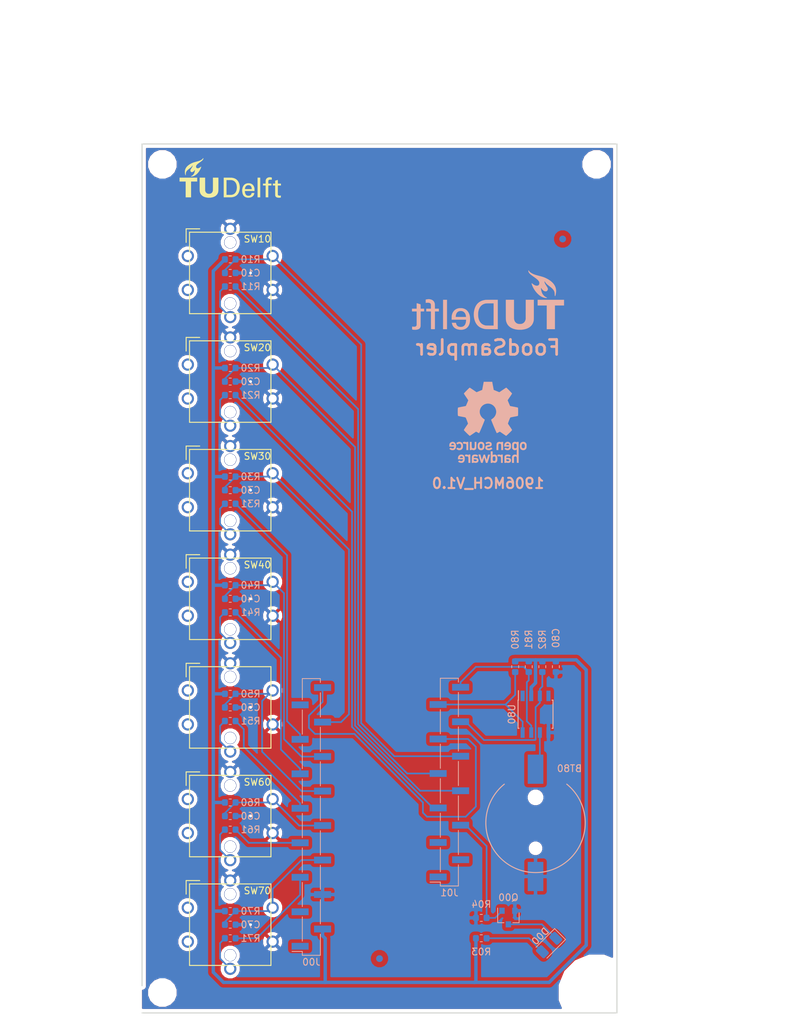
<source format=kicad_pcb>
(kicad_pcb (version 20171130) (host pcbnew "(5.0.1-3-g963ef8bb5)")
  (layers (0 F.Cu signal) (31 B.Cu signal) (34 B.Paste user) (35 F.Paste user) (36 B.SilkS user) (37 F.SilkS user) (38 B.Mask user) (39 F.Mask user) (44 Edge.Cuts user))
  (net 0 "")
  (net 1 SW1)
  (net 2 GND)
  (net 3 +3V3)
  (net 4 "Net-(R11-Pad1)")
  (net 5 SW2)
  (net 6 SW3)
  (net 7 SW4)
  (net 8 SW5)
  (net 9 SW6)
  (net 10 SW7)
  (net 11 LED1)
  (net 12 "Net-(R21-Pad1)")
  (net 13 LED2)
  (net 14 "Net-(R31-Pad1)")
  (net 15 LED3)
  (net 16 "Net-(R41-Pad1)")
  (net 17 LED4)
  (net 18 "Net-(R51-Pad1)")
  (net 19 LED5)
  (net 20 "Net-(R61-Pad1)")
  (net 21 LED6)
  (net 22 "Net-(R71-Pad1)")
  (net 23 LED7)
  (net 24 "Net-(SW10-Pad3)")
  (net 25 "Net-(SW20-Pad3)")
  (net 26 "Net-(SW30-Pad3)")
  (net 27 "Net-(SW40-Pad3)")
  (net 28 "Net-(SW50-Pad3)")
  (net 29 "Net-(SW60-Pad3)")
  (net 30 "Net-(SW70-Pad3)")
  (net 31 "Net-(SW10-Pad1)")
  (net 32 "Net-(SW20-Pad1)")
  (net 33 "Net-(SW30-Pad1)")
  (net 34 "Net-(SW40-Pad1)")
  (net 35 "Net-(SW50-Pad1)")
  (net 36 "Net-(SW60-Pad1)")
  (net 37 "Net-(SW70-Pad1)")
  (net 38 "Net-(J00-Pad1)")
  (net 39 "Net-(J00-Pad3)")
  (net 40 "Net-(J00-Pad15)")
  (net 41 "Net-(J00-Pad16)")
  (net 42 "Net-(J01-Pad1)")
  (net 43 "Net-(J01-Pad3)")
  (net 44 "Net-(J01-Pad2)")
  (net 45 "Net-(J01-Pad4)")
  (net 46 INT)
  (net 47 SCL)
  (net 48 SDA)
  (net 49 "Net-(U80-Pad1)")
  (net 50 "Net-(U80-Pad4)")
  (net 51 +BATT)
  (net 52 "Net-(D00-Pad1)")
  (net 53 "Net-(D00-Pad2)")
  (module Connector_PinHeader_2.54mm:PinHeader_1x16_P2.54mm_Vertical_SMD_Pin1Left (layer B.Cu) (at 79.855 138.33)
    (fp_text reference J00 (at 0 21.38) (layer B.SilkS) (effects (justify mirror)))
    (fp_text value Conn_01x16)
    (pad 1 smd rect (at -1.655 19.05) (size 2.51 1) (layers B.Cu B.Paste B.Mask) (net 38 "Net-(J00-Pad1)"))
    (pad 3 smd rect (at -1.655 13.97) (size 2.51 1) (layers B.Cu B.Paste B.Mask) (net 39 "Net-(J00-Pad3)"))
    (pad 5 smd rect (at -1.655 8.89) (size 2.51 1) (layers B.Cu B.Paste B.Mask) (net 23 LED7))
    (pad 7 smd rect (at -1.655 3.81) (size 2.51 1) (layers B.Cu B.Paste B.Mask) (net 21 LED6))
    (pad 9 smd rect (at -1.655 -1.27) (size 2.51 1) (layers B.Cu B.Paste B.Mask) (net 19 LED5))
    (pad 11 smd rect (at -1.655 -6.35) (size 2.51 1) (layers B.Cu B.Paste B.Mask) (net 17 LED4))
    (pad 13 smd rect (at -1.655 -11.43) (size 2.51 1) (layers B.Cu B.Paste B.Mask) (net 15 LED3))
    (pad 15 smd rect (at -1.655 -16.51) (size 2.51 1) (layers B.Cu B.Paste B.Mask) (net 40 "Net-(J00-Pad15)"))
    (pad 2 smd rect (at 1.655 16.51) (size 2.51 1) (layers B.Cu B.Paste B.Mask) (net 3 +3V3))
    (pad 4 smd rect (at 1.655 11.43) (size 2.51 1) (layers B.Cu B.Paste B.Mask) (net 2 GND))
    (pad 6 smd rect (at 1.655 6.35) (size 2.51 1) (layers B.Cu B.Paste B.Mask) (net 10 SW7))
    (pad 8 smd rect (at 1.655 1.27) (size 2.51 1) (layers B.Cu B.Paste B.Mask) (net 9 SW6))
    (pad 10 smd rect (at 1.655 -3.81) (size 2.51 1) (layers B.Cu B.Paste B.Mask) (net 8 SW5))
    (pad 12 smd rect (at 1.655 -8.89) (size 2.51 1) (layers B.Cu B.Paste B.Mask) (net 7 SW4))
    (pad 14 smd rect (at 1.655 -13.97) (size 2.51 1) (layers B.Cu B.Paste B.Mask) (net 6 SW3))
    (pad 16 smd rect (at 1.655 -19.05) (size 2.51 1) (layers B.Cu B.Paste B.Mask) (net 41 "Net-(J00-Pad16)"))
  )
  (module Capacitor_SMD:C_0603_1608Metric (layer B.Cu) (at 67.9 58.2)
    (fp_text reference C10 (at 3 0) (layer B.SilkS) (effects (justify mirror)))
    (fp_text value 100nF)
    (pad 1 smd roundrect (at -0.7875 0) (size 0.875 0.95) (layers B.Cu B.Paste B.Mask) (net 1 SW1))
    (pad 2 smd roundrect (at 0.7875 0) (size 0.875 0.95) (layers B.Cu B.Paste B.Mask) (net 2 GND))
  )
  (module Resistor_SMD:R_0603_1608Metric (layer B.Cu) (at 67.9 56.2 180)
    (fp_text reference R10 (at -3 0 180) (layer B.SilkS) (effects (justify mirror)))
    (fp_text value 10K)
    (pad 2 smd roundrect (at 0.7875 0 180) (size 0.875 0.95) (layers B.Cu B.Paste B.Mask) (net 3 +3V3))
    (pad 1 smd roundrect (at -0.7875 0 180) (size 0.875 0.95) (layers B.Cu B.Paste B.Mask) (net 1 SW1))
  )
  (module Resistor_SMD:R_0603_1608Metric (layer B.Cu) (at 67.9 60.2)
    (fp_text reference R11 (at 3 0) (layer B.SilkS) (effects (justify mirror)))
    (fp_text value 82R)
    (pad 1 smd roundrect (at -0.7875 0) (size 0.875 0.95) (layers B.Cu B.Paste B.Mask) (net 4 "Net-(R11-Pad1)"))
    (pad 2 smd roundrect (at 0.7875 0) (size 0.875 0.95) (layers B.Cu B.Paste B.Mask) (net 11 LED1))
  )
  (module Capacitor_SMD:C_0603_1608Metric (layer B.Cu) (at 67.9 74.2)
    (fp_text reference C20 (at 3 0) (layer B.SilkS) (effects (justify mirror)))
    (fp_text value 100nF)
    (pad 1 smd roundrect (at -0.7875 0) (size 0.875 0.95) (layers B.Cu B.Paste B.Mask) (net 5 SW2))
    (pad 2 smd roundrect (at 0.7875 0) (size 0.875 0.95) (layers B.Cu B.Paste B.Mask) (net 2 GND))
  )
  (module Capacitor_SMD:C_0603_1608Metric (layer B.Cu) (at 67.9 90.2)
    (fp_text reference C30 (at 3 0) (layer B.SilkS) (effects (justify mirror)))
    (fp_text value 100nF)
    (pad 2 smd roundrect (at 0.7875 0) (size 0.875 0.95) (layers B.Cu B.Paste B.Mask) (net 2 GND))
    (pad 1 smd roundrect (at -0.7875 0) (size 0.875 0.95) (layers B.Cu B.Paste B.Mask) (net 6 SW3))
  )
  (module Capacitor_SMD:C_0603_1608Metric (layer B.Cu) (at 67.9 106.2)
    (fp_text reference C40 (at 3 0) (layer B.SilkS) (effects (justify mirror)))
    (fp_text value 100nF)
    (pad 1 smd roundrect (at -0.7875 0) (size 0.875 0.95) (layers B.Cu B.Paste B.Mask) (net 7 SW4))
    (pad 2 smd roundrect (at 0.7875 0) (size 0.875 0.95) (layers B.Cu B.Paste B.Mask) (net 2 GND))
  )
  (module Capacitor_SMD:C_0603_1608Metric (layer B.Cu) (at 67.9 122.2)
    (fp_text reference C50 (at 3 0) (layer B.SilkS) (effects (justify mirror)))
    (fp_text value 100nF)
    (pad 2 smd roundrect (at 0.7875 0) (size 0.875 0.95) (layers B.Cu B.Paste B.Mask) (net 2 GND))
    (pad 1 smd roundrect (at -0.7875 0) (size 0.875 0.95) (layers B.Cu B.Paste B.Mask) (net 8 SW5))
  )
  (module Capacitor_SMD:C_0603_1608Metric (layer B.Cu) (at 67.9 138.2)
    (fp_text reference C60 (at 3 0) (layer B.SilkS) (effects (justify mirror)))
    (fp_text value 100nF)
    (pad 1 smd roundrect (at -0.7875 0) (size 0.875 0.95) (layers B.Cu B.Paste B.Mask) (net 9 SW6))
    (pad 2 smd roundrect (at 0.7875 0) (size 0.875 0.95) (layers B.Cu B.Paste B.Mask) (net 2 GND))
  )
  (module Capacitor_SMD:C_0603_1608Metric (layer B.Cu) (at 67.9 154.2)
    (fp_text reference C70 (at 3 0) (layer B.SilkS) (effects (justify mirror)))
    (fp_text value 100nF)
    (pad 2 smd roundrect (at 0.7875 0) (size 0.875 0.95) (layers B.Cu B.Paste B.Mask) (net 2 GND))
    (pad 1 smd roundrect (at -0.7875 0) (size 0.875 0.95) (layers B.Cu B.Paste B.Mask) (net 10 SW7))
  )
  (module Resistor_SMD:R_0603_1608Metric (layer B.Cu) (at 67.9 72.2 180)
    (fp_text reference R20 (at -3 0 180) (layer B.SilkS) (effects (justify mirror)))
    (fp_text value 10K)
    (pad 2 smd roundrect (at 0.7875 0 180) (size 0.875 0.95) (layers B.Cu B.Paste B.Mask) (net 3 +3V3))
    (pad 1 smd roundrect (at -0.7875 0 180) (size 0.875 0.95) (layers B.Cu B.Paste B.Mask) (net 5 SW2))
  )
  (module Resistor_SMD:R_0603_1608Metric (layer B.Cu) (at 67.9 76.2)
    (fp_text reference R21 (at 3 0) (layer B.SilkS) (effects (justify mirror)))
    (fp_text value 82R)
    (pad 1 smd roundrect (at -0.7875 0) (size 0.875 0.95) (layers B.Cu B.Paste B.Mask) (net 12 "Net-(R21-Pad1)"))
    (pad 2 smd roundrect (at 0.7875 0) (size 0.875 0.95) (layers B.Cu B.Paste B.Mask) (net 13 LED2))
  )
  (module Resistor_SMD:R_0603_1608Metric (layer B.Cu) (at 67.9 88.2 180)
    (fp_text reference R30 (at -3 0 180) (layer B.SilkS) (effects (justify mirror)))
    (fp_text value 10K)
    (pad 2 smd roundrect (at 0.7875 0 180) (size 0.875 0.95) (layers B.Cu B.Paste B.Mask) (net 3 +3V3))
    (pad 1 smd roundrect (at -0.7875 0 180) (size 0.875 0.95) (layers B.Cu B.Paste B.Mask) (net 6 SW3))
  )
  (module Resistor_SMD:R_0603_1608Metric (layer B.Cu) (at 67.9 92.2)
    (fp_text reference R31 (at 3 0) (layer B.SilkS) (effects (justify mirror)))
    (fp_text value 82R)
    (pad 1 smd roundrect (at -0.7875 0) (size 0.875 0.95) (layers B.Cu B.Paste B.Mask) (net 14 "Net-(R31-Pad1)"))
    (pad 2 smd roundrect (at 0.7875 0) (size 0.875 0.95) (layers B.Cu B.Paste B.Mask) (net 15 LED3))
  )
  (module Resistor_SMD:R_0603_1608Metric (layer B.Cu) (at 67.9 104.2 180)
    (fp_text reference R40 (at -3 0 180) (layer B.SilkS) (effects (justify mirror)))
    (fp_text value 10K)
    (pad 2 smd roundrect (at 0.7875 0 180) (size 0.875 0.95) (layers B.Cu B.Paste B.Mask) (net 3 +3V3))
    (pad 1 smd roundrect (at -0.7875 0 180) (size 0.875 0.95) (layers B.Cu B.Paste B.Mask) (net 7 SW4))
  )
  (module Resistor_SMD:R_0603_1608Metric (layer B.Cu) (at 67.9 108.2)
    (fp_text reference R41 (at 3 0) (layer B.SilkS) (effects (justify mirror)))
    (fp_text value 82R)
    (pad 1 smd roundrect (at -0.7875 0) (size 0.875 0.95) (layers B.Cu B.Paste B.Mask) (net 16 "Net-(R41-Pad1)"))
    (pad 2 smd roundrect (at 0.7875 0) (size 0.875 0.95) (layers B.Cu B.Paste B.Mask) (net 17 LED4))
  )
  (module Resistor_SMD:R_0603_1608Metric (layer B.Cu) (at 67.9 120.2 180)
    (fp_text reference R50 (at -3 0 180) (layer B.SilkS) (effects (justify mirror)))
    (fp_text value 10K)
    (pad 2 smd roundrect (at 0.7875 0 180) (size 0.875 0.95) (layers B.Cu B.Paste B.Mask) (net 3 +3V3))
    (pad 1 smd roundrect (at -0.7875 0 180) (size 0.875 0.95) (layers B.Cu B.Paste B.Mask) (net 8 SW5))
  )
  (module Resistor_SMD:R_0603_1608Metric (layer B.Cu) (at 67.9 124.2)
    (fp_text reference R51 (at 3 0) (layer B.SilkS) (effects (justify mirror)))
    (fp_text value 82R)
    (pad 1 smd roundrect (at -0.7875 0) (size 0.875 0.95) (layers B.Cu B.Paste B.Mask) (net 18 "Net-(R51-Pad1)"))
    (pad 2 smd roundrect (at 0.7875 0) (size 0.875 0.95) (layers B.Cu B.Paste B.Mask) (net 19 LED5))
  )
  (module Resistor_SMD:R_0603_1608Metric (layer B.Cu) (at 67.9 136.2 180)
    (fp_text reference R60 (at -3 0 180) (layer B.SilkS) (effects (justify mirror)))
    (fp_text value 10K)
    (pad 2 smd roundrect (at 0.7875 0 180) (size 0.875 0.95) (layers B.Cu B.Paste B.Mask) (net 3 +3V3))
    (pad 1 smd roundrect (at -0.7875 0 180) (size 0.875 0.95) (layers B.Cu B.Paste B.Mask) (net 9 SW6))
  )
  (module Resistor_SMD:R_0603_1608Metric (layer B.Cu) (at 67.9 140.2)
    (fp_text reference R61 (at 3 0) (layer B.SilkS) (effects (justify mirror)))
    (fp_text value 82R)
    (pad 1 smd roundrect (at -0.7875 0) (size 0.875 0.95) (layers B.Cu B.Paste B.Mask) (net 20 "Net-(R61-Pad1)"))
    (pad 2 smd roundrect (at 0.7875 0) (size 0.875 0.95) (layers B.Cu B.Paste B.Mask) (net 21 LED6))
  )
  (module Resistor_SMD:R_0603_1608Metric (layer B.Cu) (at 67.9 152.2 180)
    (fp_text reference R70 (at -3 0 180) (layer B.SilkS) (effects (justify mirror)))
    (fp_text value 10K)
    (pad 2 smd roundrect (at 0.7875 0 180) (size 0.875 0.95) (layers B.Cu B.Paste B.Mask) (net 3 +3V3))
    (pad 1 smd roundrect (at -0.7875 0 180) (size 0.875 0.95) (layers B.Cu B.Paste B.Mask) (net 10 SW7))
  )
  (module Resistor_SMD:R_0603_1608Metric (layer B.Cu) (at 67.9 156.2)
    (fp_text reference R71 (at 3 0) (layer B.SilkS) (effects (justify mirror)))
    (fp_text value 82R)
    (pad 1 smd roundrect (at -0.7875 0) (size 0.875 0.95) (layers B.Cu B.Paste B.Mask) (net 22 "Net-(R71-Pad1)"))
    (pad 2 smd roundrect (at 0.7875 0) (size 0.875 0.95) (layers B.Cu B.Paste B.Mask) (net 23 LED7))
  )
  (module _switch:MICRO_SW_LED (layer F.Cu) (at 67.9 58.2)
    (fp_text reference SW10 (at 4 -5) (layer F.SilkS))
    (fp_text value SWITCH_SPST_LED)
    (pad 1 thru_hole circle (at -6.25 -2.5) (size 1.8 1.8) (drill 1.2) (layers *.Cu *.Mask) (net 31 "Net-(SW10-Pad1)"))
    (pad 2 thru_hole circle (at 6.25 -2.5) (size 1.8 1.8) (drill 1.2) (layers *.Cu *.Mask) (net 1 SW1))
    (pad 3 thru_hole circle (at -6.25 2.5) (size 1.8 1.8) (drill 1.2) (layers *.Cu *.Mask) (net 24 "Net-(SW10-Pad3)"))
    (pad 4 thru_hole circle (at 6.25 2.5) (size 1.8 1.8) (drill 1.2) (layers *.Cu *.Mask) (net 2 GND))
    (pad 5 thru_hole circle (at 0 -6.5) (size 1.8 1.8) (drill 1.2) (layers *.Cu *.Mask) (net 2 GND))
    (pad 6 thru_hole circle (at 0 6.5) (size 1.8 1.8) (drill 1.2) (layers *.Cu *.Mask) (net 4 "Net-(R11-Pad1)"))
    (pad "" np_thru_hole circle (at 0 4.5) (size 1.8 1.8) (drill 1.7) (layers *.Cu *.Mask))
    (pad "" np_thru_hole circle (at 0 -4.5) (size 1.8 1.8) (drill 1.7) (layers *.Cu *.Mask))
  )
  (module _switch:MICRO_SW_LED (layer F.Cu) (at 67.9 74.2)
    (fp_text reference SW20 (at 4 -5) (layer F.SilkS))
    (fp_text value SWITCH_SPST_LED)
    (pad "" np_thru_hole circle (at 0 -4.5) (size 1.8 1.8) (drill 1.7) (layers *.Cu *.Mask))
    (pad "" np_thru_hole circle (at 0 4.5) (size 1.8 1.8) (drill 1.7) (layers *.Cu *.Mask))
    (pad 6 thru_hole circle (at 0 6.5) (size 1.8 1.8) (drill 1.2) (layers *.Cu *.Mask) (net 12 "Net-(R21-Pad1)"))
    (pad 5 thru_hole circle (at 0 -6.5) (size 1.8 1.8) (drill 1.2) (layers *.Cu *.Mask) (net 2 GND))
    (pad 4 thru_hole circle (at 6.25 2.5) (size 1.8 1.8) (drill 1.2) (layers *.Cu *.Mask) (net 2 GND))
    (pad 3 thru_hole circle (at -6.25 2.5) (size 1.8 1.8) (drill 1.2) (layers *.Cu *.Mask) (net 25 "Net-(SW20-Pad3)"))
    (pad 2 thru_hole circle (at 6.25 -2.5) (size 1.8 1.8) (drill 1.2) (layers *.Cu *.Mask) (net 5 SW2))
    (pad 1 thru_hole circle (at -6.25 -2.5) (size 1.8 1.8) (drill 1.2) (layers *.Cu *.Mask) (net 32 "Net-(SW20-Pad1)"))
  )
  (module _switch:MICRO_SW_LED (layer F.Cu) (at 67.9 90.2)
    (fp_text reference SW30 (at 4 -5) (layer F.SilkS))
    (fp_text value SWITCH_SPST_LED)
    (pad 1 thru_hole circle (at -6.25 -2.5) (size 1.8 1.8) (drill 1.2) (layers *.Cu *.Mask) (net 33 "Net-(SW30-Pad1)"))
    (pad 2 thru_hole circle (at 6.25 -2.5) (size 1.8 1.8) (drill 1.2) (layers *.Cu *.Mask) (net 6 SW3))
    (pad 3 thru_hole circle (at -6.25 2.5) (size 1.8 1.8) (drill 1.2) (layers *.Cu *.Mask) (net 26 "Net-(SW30-Pad3)"))
    (pad 4 thru_hole circle (at 6.25 2.5) (size 1.8 1.8) (drill 1.2) (layers *.Cu *.Mask) (net 2 GND))
    (pad 5 thru_hole circle (at 0 -6.5) (size 1.8 1.8) (drill 1.2) (layers *.Cu *.Mask) (net 2 GND))
    (pad 6 thru_hole circle (at 0 6.5) (size 1.8 1.8) (drill 1.2) (layers *.Cu *.Mask) (net 14 "Net-(R31-Pad1)"))
    (pad "" np_thru_hole circle (at 0 4.5) (size 1.8 1.8) (drill 1.7) (layers *.Cu *.Mask))
    (pad "" np_thru_hole circle (at 0 -4.5) (size 1.8 1.8) (drill 1.7) (layers *.Cu *.Mask))
  )
  (module _switch:MICRO_SW_LED (layer F.Cu) (at 67.9 106.2)
    (fp_text reference SW40 (at 4 -5) (layer F.SilkS))
    (fp_text value SWITCH_SPST_LED)
    (pad "" np_thru_hole circle (at 0 -4.5) (size 1.8 1.8) (drill 1.7) (layers *.Cu *.Mask))
    (pad "" np_thru_hole circle (at 0 4.5) (size 1.8 1.8) (drill 1.7) (layers *.Cu *.Mask))
    (pad 6 thru_hole circle (at 0 6.5) (size 1.8 1.8) (drill 1.2) (layers *.Cu *.Mask) (net 16 "Net-(R41-Pad1)"))
    (pad 5 thru_hole circle (at 0 -6.5) (size 1.8 1.8) (drill 1.2) (layers *.Cu *.Mask) (net 2 GND))
    (pad 4 thru_hole circle (at 6.25 2.5) (size 1.8 1.8) (drill 1.2) (layers *.Cu *.Mask) (net 2 GND))
    (pad 3 thru_hole circle (at -6.25 2.5) (size 1.8 1.8) (drill 1.2) (layers *.Cu *.Mask) (net 27 "Net-(SW40-Pad3)"))
    (pad 2 thru_hole circle (at 6.25 -2.5) (size 1.8 1.8) (drill 1.2) (layers *.Cu *.Mask) (net 7 SW4))
    (pad 1 thru_hole circle (at -6.25 -2.5) (size 1.8 1.8) (drill 1.2) (layers *.Cu *.Mask) (net 34 "Net-(SW40-Pad1)"))
  )
  (module _switch:MICRO_SW_LED (layer F.Cu) (at 67.9 122.2)
    (fp_text reference SW50 hide)
    (fp_text value SWITCH_SPST_LED)
    (pad 1 thru_hole circle (at -6.25 -2.5) (size 1.8 1.8) (drill 1.2) (layers *.Cu *.Mask) (net 35 "Net-(SW50-Pad1)"))
    (pad 2 thru_hole circle (at 6.25 -2.5) (size 1.8 1.8) (drill 1.2) (layers *.Cu *.Mask) (net 8 SW5))
    (pad 3 thru_hole circle (at -6.25 2.5) (size 1.8 1.8) (drill 1.2) (layers *.Cu *.Mask) (net 28 "Net-(SW50-Pad3)"))
    (pad 4 thru_hole circle (at 6.25 2.5) (size 1.8 1.8) (drill 1.2) (layers *.Cu *.Mask) (net 2 GND))
    (pad 5 thru_hole circle (at 0 -6.5) (size 1.8 1.8) (drill 1.2) (layers *.Cu *.Mask) (net 2 GND))
    (pad 6 thru_hole circle (at 0 6.5) (size 1.8 1.8) (drill 1.2) (layers *.Cu *.Mask) (net 18 "Net-(R51-Pad1)"))
    (pad "" np_thru_hole circle (at 0 4.5) (size 1.8 1.8) (drill 1.7) (layers *.Cu *.Mask))
    (pad "" np_thru_hole circle (at 0 -4.5) (size 1.8 1.8) (drill 1.7) (layers *.Cu *.Mask))
  )
  (module _switch:MICRO_SW_LED (layer F.Cu) (at 67.9 138.2)
    (fp_text reference SW60 (at 4 -5) (layer F.SilkS))
    (fp_text value SWITCH_SPST_LED)
    (pad "" np_thru_hole circle (at 0 -4.5) (size 1.8 1.8) (drill 1.7) (layers *.Cu *.Mask))
    (pad "" np_thru_hole circle (at 0 4.5) (size 1.8 1.8) (drill 1.7) (layers *.Cu *.Mask))
    (pad 6 thru_hole circle (at 0 6.5) (size 1.8 1.8) (drill 1.2) (layers *.Cu *.Mask) (net 20 "Net-(R61-Pad1)"))
    (pad 5 thru_hole circle (at 0 -6.5) (size 1.8 1.8) (drill 1.2) (layers *.Cu *.Mask) (net 2 GND))
    (pad 4 thru_hole circle (at 6.25 2.5) (size 1.8 1.8) (drill 1.2) (layers *.Cu *.Mask) (net 2 GND))
    (pad 3 thru_hole circle (at -6.25 2.5) (size 1.8 1.8) (drill 1.2) (layers *.Cu *.Mask) (net 29 "Net-(SW60-Pad3)"))
    (pad 2 thru_hole circle (at 6.25 -2.5) (size 1.8 1.8) (drill 1.2) (layers *.Cu *.Mask) (net 9 SW6))
    (pad 1 thru_hole circle (at -6.25 -2.5) (size 1.8 1.8) (drill 1.2) (layers *.Cu *.Mask) (net 36 "Net-(SW60-Pad1)"))
  )
  (module _switch:MICRO_SW_LED (layer F.Cu) (at 67.9 154.2)
    (fp_text reference SW70 (at 4 -5) (layer F.SilkS))
    (fp_text value SWITCH_SPST_LED)
    (pad 1 thru_hole circle (at -6.25 -2.5) (size 1.8 1.8) (drill 1.2) (layers *.Cu *.Mask) (net 37 "Net-(SW70-Pad1)"))
    (pad 2 thru_hole circle (at 6.25 -2.5) (size 1.8 1.8) (drill 1.2) (layers *.Cu *.Mask) (net 10 SW7))
    (pad 3 thru_hole circle (at -6.25 2.5) (size 1.8 1.8) (drill 1.2) (layers *.Cu *.Mask) (net 30 "Net-(SW70-Pad3)"))
    (pad 4 thru_hole circle (at 6.25 2.5) (size 1.8 1.8) (drill 1.2) (layers *.Cu *.Mask) (net 2 GND))
    (pad 5 thru_hole circle (at 0 -6.5) (size 1.8 1.8) (drill 1.2) (layers *.Cu *.Mask) (net 2 GND))
    (pad 6 thru_hole circle (at 0 6.5) (size 1.8 1.8) (drill 1.2) (layers *.Cu *.Mask) (net 22 "Net-(R71-Pad1)"))
    (pad "" np_thru_hole circle (at 0 4.5) (size 1.8 1.8) (drill 1.7) (layers *.Cu *.Mask))
    (pad "" np_thru_hole circle (at 0 -4.5) (size 1.8 1.8) (drill 1.7) (layers *.Cu *.Mask))
  )
  (module _special:LIPO_3V7_2A_50x60 (layer F.Cu) (at 89.9 76.2 90)
    (fp_text reference REF** hide)
    (fp_text value LIPO_3V7_2A_50x60)
  )
  (module Connector_PinHeader_2.54mm:PinHeader_1x12_P2.54mm_Vertical_SMD_Pin1Left (layer B.Cu) (at 100.2 133.2)
    (fp_text reference J01 (at 0 16.3) (layer B.SilkS) (effects (justify mirror)))
    (fp_text value Conn_01x12)
    (pad 1 smd rect (at -1.655 13.97) (size 2.51 1) (layers B.Cu B.Paste B.Mask) (net 42 "Net-(J01-Pad1)"))
    (pad 3 smd rect (at -1.655 8.89) (size 2.51 1) (layers B.Cu B.Paste B.Mask) (net 43 "Net-(J01-Pad3)"))
    (pad 5 smd rect (at -1.655 3.81) (size 2.51 1) (layers B.Cu B.Paste B.Mask) (net 13 LED2))
    (pad 7 smd rect (at -1.655 -1.27) (size 2.51 1) (layers B.Cu B.Paste B.Mask) (net 11 LED1))
    (pad 9 smd rect (at -1.655 -6.35) (size 2.51 1) (layers B.Cu B.Paste B.Mask) (net 41 "Net-(J00-Pad16)"))
    (pad 11 smd rect (at -1.655 -11.43) (size 2.51 1) (layers B.Cu B.Paste B.Mask) (net 47 SCL))
    (pad 2 smd rect (at 1.655 11.43) (size 2.51 1) (layers B.Cu B.Paste B.Mask) (net 44 "Net-(J01-Pad2)"))
    (pad 4 smd rect (at 1.655 6.35) (size 2.51 1) (layers B.Cu B.Paste B.Mask) (net 45 "Net-(J01-Pad4)"))
    (pad 6 smd rect (at 1.655 1.27) (size 2.51 1) (layers B.Cu B.Paste B.Mask) (net 5 SW2))
    (pad 8 smd rect (at 1.655 -3.81) (size 2.51 1) (layers B.Cu B.Paste B.Mask) (net 1 SW1))
    (pad 10 smd rect (at 1.655 -8.89) (size 2.51 1) (layers B.Cu B.Paste B.Mask) (net 46 INT))
    (pad 12 smd rect (at 1.655 -13.97) (size 2.51 1) (layers B.Cu B.Paste B.Mask) (net 48 SDA))
  )
  (module Capacitor_SMD:C_0603_1608Metric (layer B.Cu) (at 115.9 116.2 270)
    (fp_text reference C80 (at -4.2125 0 270) (layer B.SilkS) (effects (justify mirror)))
    (fp_text value 100nF)
    (pad 1 smd roundrect (at -0.7875 0 270) (size 0.875 0.95) (layers B.Cu B.Paste B.Mask) (net 3 +3V3))
    (pad 2 smd roundrect (at 0.7875 0 270) (size 0.875 0.95) (layers B.Cu B.Paste B.Mask) (net 2 GND))
  )
  (module Resistor_SMD:R_0603_1608Metric (layer B.Cu) (at 104.9 156.2 180)
    (fp_text reference R03 (at 0 -2 180) (layer B.SilkS) (effects (justify mirror)))
    (fp_text value 10K)
    (pad 2 smd roundrect (at 0.7875 0 180) (size 0.875 0.95) (layers B.Cu B.Paste B.Mask) (net 3 +3V3))
    (pad 1 smd roundrect (at -0.7875 0 180) (size 0.875 0.95) (layers B.Cu B.Paste B.Mask) (net 53 "Net-(D00-Pad2)"))
  )
  (module Resistor_SMD:R_0603_1608Metric (layer B.Cu) (at 109.9 116.2 90)
    (fp_text reference R80 (at 4 0 90) (layer B.SilkS) (effects (justify mirror)))
    (fp_text value 4K7)
    (pad 1 smd roundrect (at -0.7875 0 90) (size 0.875 0.95) (layers B.Cu B.Paste B.Mask) (net 47 SCL))
    (pad 2 smd roundrect (at 0.7875 0 90) (size 0.875 0.95) (layers B.Cu B.Paste B.Mask) (net 3 +3V3))
  )
  (module Resistor_SMD:R_0603_1608Metric (layer B.Cu) (at 111.9 116.2 90)
    (fp_text reference R81 (at 4 0 90) (layer B.SilkS) (effects (justify mirror)))
    (fp_text value 4K7)
    (pad 2 smd roundrect (at 0.7875 0 90) (size 0.875 0.95) (layers B.Cu B.Paste B.Mask) (net 3 +3V3))
    (pad 1 smd roundrect (at -0.7875 0 90) (size 0.875 0.95) (layers B.Cu B.Paste B.Mask) (net 48 SDA))
  )
  (module Resistor_SMD:R_0603_1608Metric (layer B.Cu) (at 113.9 116.2 90)
    (fp_text reference R82 (at 4 0 90) (layer B.SilkS) (effects (justify mirror)))
    (fp_text value 10K)
    (pad 1 smd roundrect (at -0.7875 0 90) (size 0.875 0.95) (layers B.Cu B.Paste B.Mask) (net 46 INT))
    (pad 2 smd roundrect (at 0.7875 0 90) (size 0.875 0.95) (layers B.Cu B.Paste B.Mask) (net 3 +3V3))
  )
  (module Package_SO:SOIC-8_3.9x4.9mm_P1.27mm (layer B.Cu) (at 112.9 123.2 270)
    (fp_text reference U80 (at 0 3.5 270) (layer B.SilkS) (effects (justify mirror)))
    (fp_text value DS3231MZ)
    (pad 1 smd rect (at -2.7 1.905 270) (size 1.55 0.6) (layers B.Cu B.Paste B.Mask) (net 49 "Net-(U80-Pad1)"))
    (pad 2 smd rect (at -2.7 0.635 270) (size 1.55 0.6) (layers B.Cu B.Paste B.Mask) (net 3 +3V3))
    (pad 3 smd rect (at -2.7 -0.635 270) (size 1.55 0.6) (layers B.Cu B.Paste B.Mask) (net 46 INT))
    (pad 4 smd rect (at -2.7 -1.905 270) (size 1.55 0.6) (layers B.Cu B.Paste B.Mask) (net 50 "Net-(U80-Pad4)"))
    (pad 5 smd rect (at 2.7 -1.905 270) (size 1.55 0.6) (layers B.Cu B.Paste B.Mask) (net 2 GND))
    (pad 6 smd rect (at 2.7 -0.635 270) (size 1.55 0.6) (layers B.Cu B.Paste B.Mask) (net 51 +BATT))
    (pad 7 smd rect (at 2.7 0.635 270) (size 1.55 0.6) (layers B.Cu B.Paste B.Mask) (net 48 SDA))
    (pad 8 smd rect (at 2.7 1.905 270) (size 1.55 0.6) (layers B.Cu B.Paste B.Mask) (net 47 SCL))
  )
  (module LED_SMD:LED_1206_3216Metric (layer B.Cu) (at 114.9 157.2 225)
    (fp_text reference D00 (at 0 1.82 225) (layer B.SilkS) (effects (justify mirror)))
    (fp_text value LED_Small)
    (pad 1 smd roundrect (at -1.399999 0 225) (size 1.25 1.75) (layers B.Cu B.Paste B.Mask) (roundrect_rratio 0.2) (net 52 "Net-(D00-Pad1)"))
    (pad 2 smd roundrect (at 1.399999 0 225) (size 1.25 1.75) (layers B.Cu B.Paste B.Mask) (roundrect_rratio 0.2) (net 53 "Net-(D00-Pad2)"))
  )
  (module _special:CH291-1220LF (layer B.Cu) (at 112.9 139.2)
    (fp_text reference BT80 (at 5 -8) (layer B.SilkS) (effects (justify mirror)))
    (fp_text value Battery_Cell)
    (pad 2 smd rect (at 0 7.9) (size 2.3 4.3) (layers B.Cu B.Paste B.Mask) (net 2 GND))
    (pad 1 smd rect (at 0 -7.9) (size 2.3 4.3) (layers B.Cu B.Paste B.Mask) (net 51 +BATT))
    (pad "" np_thru_hole circle (at 0 -3.75) (size 1.3 1.3) (drill 1.3) (layers *.Cu *.Mask))
    (pad "" np_thru_hole circle (at 0 3.75) (size 1 1) (drill 1) (layers *.Cu *.Mask))
  )
  (module Package_TO_SOT_SMD:SOT-23 (layer B.Cu) (at 108.9 153.15 270)
    (fp_text reference Q00 (at -2.95 0) (layer B.SilkS) (effects (justify mirror)))
    (fp_text value BSS138)
    (pad 1 smd rect (at -1 0.95 270) (size 0.9 0.8) (layers B.Cu B.Paste B.Mask) (net 45 "Net-(J01-Pad4)"))
    (pad 2 smd rect (at -1 -0.95 270) (size 0.9 0.8) (layers B.Cu B.Paste B.Mask) (net 2 GND))
    (pad 3 smd rect (at 1 0 270) (size 0.9 0.8) (layers B.Cu B.Paste B.Mask) (net 52 "Net-(D00-Pad1)"))
  )
  (module Resistor_SMD:R_0603_1608Metric (layer B.Cu) (at 104.9 153.2)
    (fp_text reference R04 (at 0 -2) (layer B.SilkS) (effects (justify mirror)))
    (fp_text value 10K)
    (pad 1 smd roundrect (at -0.7875 0) (size 0.875 0.95) (layers B.Cu B.Paste B.Mask) (net 2 GND))
    (pad 2 smd roundrect (at 0.7875 0) (size 0.875 0.95) (layers B.Cu B.Paste B.Mask) (net 45 "Net-(J01-Pad4)"))
  )
  (module MountingHole:MountingHole_3.2mm_M3_DIN965 (layer F.Cu) (at 57.9 164.2)
    (fp_text reference REF** hide)
    (fp_text value MountingHole_3.2mm_M3_DIN965)
    (pad 1 np_thru_hole circle (at 0 0) (size 3.2 3.2) (drill 3.2) (layers *.Cu *.Mask))
  )
  (module MountingHole:MountingHole_3.2mm_M3_DIN965 (layer F.Cu) (at 121.9 164.2)
    (fp_text reference REF** hide)
    (fp_text value MountingHole_3.2mm_M3_DIN965)
    (pad "" np_thru_hole circle (at 0 0) (size 3.2 3.2) (drill 3.2) (layers *.Cu *.Mask) (clearance 4))
  )
  (module MountingHole:MountingHole_3.2mm_M3_DIN965 (layer F.Cu) (at 121.9 42.2)
    (fp_text reference REF** hide)
    (fp_text value MountingHole_3.2mm_M3_DIN965)
    (pad 1 np_thru_hole circle (at 0 0) (size 3.2 3.2) (drill 3.2) (layers *.Cu *.Mask))
  )
  (module MountingHole:MountingHole_3.2mm_M3_DIN965 (layer F.Cu) (at 57.9 42.2)
    (fp_text reference REF** hide)
    (fp_text value MountingHole_3.2mm_M3_DIN965)
    (pad 1 np_thru_hole circle (at 0 0) (size 3.2 3.2) (drill 3.2) (layers *.Cu *.Mask))
  )
  (module Fiducial:Fiducial_1mm_Dia_2.54mm_Outer_CopperBottom (layer F.Cu) (at 89.9 159.2)
    (fp_text reference REF** hide)
    (fp_text value Fiducial_1mm_Dia_2.54mm_Outer_CopperBottom)
    (pad ~ smd circle (at 0 0) (size 1 1) (layers B.Cu B.Mask) (clearance 0.77))
  )
  (module Fiducial:Fiducial_1mm_Dia_2.54mm_Outer_CopperBottom (layer F.Cu) (at 116.9 53.2)
    (fp_text reference REF** hide)
    (fp_text value Fiducial_1mm_Dia_2.54mm_Outer_CopperBottom)
    (pad ~ smd circle (at 0 0) (size 1 1) (layers B.Cu B.Mask) (clearance 0.77))
  )
  (module _logo:TUDelft_15x5.9 (layer F.Cu) (at 67.9 44.2)
    (fp_text reference G*** hide)
    (fp_text value LOGO hide)
  )
  (module Symbol:OSHW-Logo_11.4x12mm_SilkScreen (layer B.Cu) (at 105.9 80.2 180)
    (fp_text reference REF** hide)
    (fp_text value OSHW-Logo_11.4x12mm_SilkScreen hide)
  )
  (module _logo:TUDelft_22.5x8.8 (layer B.Cu) (at 105.9 62.2 180)
    (fp_text reference G*** hide)
    (fp_text value LOGO hide)
  )
  (gr_text "1906MCH_V1.0\n" (at 105.9 89.2) (layer B.SilkS) (effects (font (size 1.5 1.5) (thickness 0.3)) (justify mirror)))
  (gr_text FoodSampler (at 105.9 69.2) (layer B.SilkS) (effects (font (size 2.2 2.2) (thickness 0.4)) (justify mirror)))
  (gr_line (start 54.9 163.2) (end 54.9 39.2) (layer Edge.Cuts) (width 0.15))
  (gr_line (start 124.9 167.2) (end 54.9 167.2) (layer Edge.Cuts) (width 0.15))
  (gr_line (start 124.9 39.2) (end 124.9 167.2) (layer Edge.Cuts) (width 0.15))
  (gr_line (start 54.9 39.2) (end 124.9 39.2) (layer Edge.Cuts) (width 0.15))
  (segment (start 73.65 56.2) (end 74.15 55.7) (width 0.25) (layer B.Cu) (net 1))
  (segment (start 68.6875 56.2) (end 73.65 56.2) (width 0.25) (layer B.Cu) (net 1))
  (segment (start 67.1125 57.775) (end 67.1125 58.2) (width 0.25) (layer B.Cu) (net 1))
  (segment (start 68.6875 56.2) (end 67.1125 57.775) (width 0.25) (layer B.Cu) (net 1))
  (segment (start 92.07923 129.39) (end 101.855 129.39) (width 0.25) (layer B.Cu) (net 1))
  (segment (start 87.20004 124.51081) (end 92.07923 129.39) (width 0.25) (layer B.Cu) (net 1))
  (segment (start 87.20004 68.75004) (end 87.20004 124.51081) (width 0.25) (layer B.Cu) (net 1))
  (segment (start 74.15 55.7) (end 87.20004 68.75004) (width 0.25) (layer B.Cu) (net 1))
  (via (at 70.9 154.2) (size 0.8) (drill 0.4) (layers F.Cu B.Cu) (net 2))
  (via (at 70.9 138.2) (size 0.8) (drill 0.4) (layers F.Cu B.Cu) (net 2))
  (via (at 70.9 122.2) (size 0.8) (drill 0.4) (layers F.Cu B.Cu) (net 2))
  (via (at 70.9 106.2) (size 0.8) (drill 0.4) (layers F.Cu B.Cu) (net 2))
  (via (at 70.9 90.2) (size 0.8) (drill 0.4) (layers F.Cu B.Cu) (net 2))
  (via (at 70.9 74.2) (size 0.8) (drill 0.4) (layers F.Cu B.Cu) (net 2))
  (via (at 70.9 58.2) (size 0.8) (drill 0.4) (layers F.Cu B.Cu) (net 2))
  (segment (start 66.9 162.7) (end 65.4 161.2) (width 0.5) (layer B.Cu) (net 3))
  (segment (start 65.4 57.9125) (end 67.1125 56.2) (width 0.5) (layer B.Cu) (net 3))
  (segment (start 67.1125 152.2) (end 65.4 152.2) (width 0.5) (layer B.Cu) (net 3))
  (segment (start 65.4 161.2) (end 65.4 152.2) (width 0.5) (layer B.Cu) (net 3))
  (segment (start 67.1125 136.2) (end 65.4 136.2) (width 0.5) (layer B.Cu) (net 3))
  (segment (start 65.4 152.2) (end 65.4 136.2) (width 0.5) (layer B.Cu) (net 3))
  (segment (start 67.1125 120.2) (end 65.4 120.2) (width 0.5) (layer B.Cu) (net 3))
  (segment (start 65.4 136.2) (end 65.4 120.2) (width 0.5) (layer B.Cu) (net 3))
  (segment (start 67.1125 104.2) (end 65.4 104.2) (width 0.5) (layer B.Cu) (net 3))
  (segment (start 65.4 120.2) (end 65.4 104.2) (width 0.5) (layer B.Cu) (net 3))
  (segment (start 67.1125 88.2) (end 65.4 88.2) (width 0.5) (layer B.Cu) (net 3))
  (segment (start 65.4 104.2) (end 65.4 88.2) (width 0.5) (layer B.Cu) (net 3))
  (segment (start 65.4 71.7) (end 65.4 57.9125) (width 0.5) (layer B.Cu) (net 3))
  (segment (start 65.4 72.2) (end 65.4 71.7) (width 0.5) (layer B.Cu) (net 3))
  (segment (start 67.1125 72.2) (end 65.4 72.2) (width 0.5) (layer B.Cu) (net 3))
  (segment (start 65.4 88.2) (end 65.4 72.2) (width 0.5) (layer B.Cu) (net 3))
  (segment (start 76.9 162.7) (end 66.9 162.7) (width 0.5) (layer B.Cu) (net 3))
  (segment (start 81.9 156.23) (end 81.9 162.7) (width 0.5) (layer B.Cu) (net 3))
  (segment (start 81.51 155.84) (end 81.9 156.23) (width 0.5) (layer B.Cu) (net 3))
  (segment (start 81.51 154.84) (end 81.51 155.84) (width 0.5) (layer B.Cu) (net 3))
  (segment (start 76.9 162.7) (end 81.9 162.7) (width 0.5) (layer B.Cu) (net 3))
  (segment (start 104.1125 156.2) (end 104.1125 162.4875) (width 0.5) (layer B.Cu) (net 3))
  (segment (start 104.1125 162.4875) (end 103.9 162.7) (width 0.5) (layer B.Cu) (net 3))
  (segment (start 81.9 162.7) (end 103.9 162.7) (width 0.5) (layer B.Cu) (net 3))
  (segment (start 114.9 162.7) (end 103.9 162.7) (width 0.5) (layer B.Cu) (net 3))
  (segment (start 120.37501 157.22499) (end 114.9 162.7) (width 0.5) (layer B.Cu) (net 3))
  (segment (start 120.37501 117.2) (end 120.37501 116.67501) (width 0.5) (layer B.Cu) (net 3))
  (segment (start 120.37501 117.2) (end 120.37501 157.22499) (width 0.5) (layer B.Cu) (net 3))
  (segment (start 120.37501 116.67501) (end 118.9 115.2) (width 0.5) (layer B.Cu) (net 3))
  (segment (start 109.9 115.2) (end 109.9 115.4125) (width 0.5) (layer B.Cu) (net 3))
  (segment (start 112.9 118.59) (end 112.9 115.2) (width 0.5) (layer B.Cu) (net 3))
  (segment (start 112.265 119.225) (end 112.9 118.59) (width 0.5) (layer B.Cu) (net 3))
  (segment (start 112.265 120.5) (end 112.265 119.225) (width 0.5) (layer B.Cu) (net 3))
  (segment (start 112.9 115.2) (end 109.9 115.2) (width 0.5) (layer B.Cu) (net 3))
  (segment (start 118.9 115.2) (end 112.9 115.2) (width 0.5) (layer B.Cu) (net 3))
  (segment (start 67.9 64.7) (end 66.4 63.2) (width 0.25) (layer B.Cu) (net 4))
  (segment (start 66.4 60.9125) (end 67.1125 60.2) (width 0.25) (layer B.Cu) (net 4))
  (segment (start 66.4 63.2) (end 66.4 60.9125) (width 0.25) (layer B.Cu) (net 4))
  (segment (start 73.65 72.2) (end 74.15 71.7) (width 0.25) (layer B.Cu) (net 5))
  (segment (start 68.6875 72.2) (end 73.65 72.2) (width 0.25) (layer B.Cu) (net 5))
  (segment (start 86.30002 83.85002) (end 74.15 71.7) (width 0.25) (layer B.Cu) (net 5))
  (segment (start 86.30002 121.9) (end 86.30002 83.85002) (width 0.25) (layer B.Cu) (net 5))
  (segment (start 86.30002 121.9) (end 86.30002 121.7) (width 0.25) (layer B.Cu) (net 5))
  (segment (start 67.1125 73.775) (end 67.1125 74.2) (width 0.25) (layer B.Cu) (net 5))
  (segment (start 68.6875 72.2) (end 67.1125 73.775) (width 0.25) (layer B.Cu) (net 5))
  (segment (start 95.88641 134.47) (end 101.855 134.47) (width 0.25) (layer B.Cu) (net 5))
  (segment (start 86.30002 124.88361) (end 95.88641 134.47) (width 0.25) (layer B.Cu) (net 5))
  (segment (start 86.30002 121.9) (end 86.30002 124.88361) (width 0.25) (layer B.Cu) (net 5))
  (segment (start 73.65 88.2) (end 74.15 87.7) (width 0.25) (layer B.Cu) (net 6))
  (segment (start 68.6875 88.2) (end 73.65 88.2) (width 0.25) (layer B.Cu) (net 6))
  (segment (start 67.1125 89.775) (end 67.1125 90.2) (width 0.25) (layer B.Cu) (net 6))
  (segment (start 68.6875 88.2) (end 67.1125 89.775) (width 0.25) (layer B.Cu) (net 6))
  (segment (start 85.4 98.95) (end 74.15 87.7) (width 0.25) (layer B.Cu) (net 6))
  (segment (start 84.24 124.36) (end 85.4 123.2) (width 0.25) (layer B.Cu) (net 6))
  (segment (start 81.51 124.36) (end 84.24 124.36) (width 0.25) (layer B.Cu) (net 6))
  (segment (start 85.4 123.2) (end 85.4 98.95) (width 0.25) (layer B.Cu) (net 6))
  (segment (start 73.65 104.2) (end 74.15 103.7) (width 0.25) (layer B.Cu) (net 7))
  (segment (start 68.6875 104.2) (end 73.65 104.2) (width 0.25) (layer B.Cu) (net 7))
  (segment (start 75.825011 105.375011) (end 75.049999 104.599999) (width 0.25) (layer B.Cu) (net 7))
  (segment (start 75.825011 126.865013) (end 75.825011 105.375011) (width 0.25) (layer B.Cu) (net 7))
  (segment (start 75.049999 104.599999) (end 74.15 103.7) (width 0.25) (layer B.Cu) (net 7))
  (segment (start 78.399998 129.44) (end 75.825011 126.865013) (width 0.25) (layer B.Cu) (net 7))
  (segment (start 81.51 129.44) (end 78.399998 129.44) (width 0.25) (layer B.Cu) (net 7))
  (segment (start 67.1125 105.775) (end 67.1125 106.2) (width 0.25) (layer B.Cu) (net 7))
  (segment (start 68.6875 104.2) (end 67.1125 105.775) (width 0.25) (layer B.Cu) (net 7))
  (segment (start 73.65 120.2) (end 74.15 119.7) (width 0.25) (layer B.Cu) (net 8))
  (segment (start 68.6875 120.2) (end 73.65 120.2) (width 0.25) (layer B.Cu) (net 8))
  (segment (start 78.399998 134.52) (end 72.6 128.720002) (width 0.25) (layer B.Cu) (net 8))
  (segment (start 81.51 134.52) (end 78.399998 134.52) (width 0.25) (layer B.Cu) (net 8))
  (segment (start 72.6 121.25) (end 74.15 119.7) (width 0.25) (layer B.Cu) (net 8))
  (segment (start 72.6 128.720002) (end 72.6 121.25) (width 0.25) (layer B.Cu) (net 8))
  (segment (start 67.1125 121.775) (end 67.1125 122.2) (width 0.25) (layer B.Cu) (net 8))
  (segment (start 68.6875 120.2) (end 67.1125 121.775) (width 0.25) (layer B.Cu) (net 8))
  (segment (start 73.65 136.2) (end 74.15 135.7) (width 0.25) (layer B.Cu) (net 9))
  (segment (start 68.6875 136.2) (end 73.65 136.2) (width 0.25) (layer B.Cu) (net 9))
  (segment (start 78.05 139.6) (end 74.15 135.7) (width 0.25) (layer B.Cu) (net 9))
  (segment (start 81.51 139.6) (end 78.05 139.6) (width 0.25) (layer B.Cu) (net 9))
  (segment (start 67.1125 137.775) (end 67.1125 138.2) (width 0.25) (layer B.Cu) (net 9))
  (segment (start 68.6875 136.2) (end 67.1125 137.775) (width 0.25) (layer B.Cu) (net 9))
  (segment (start 73.65 152.2) (end 74.15 151.7) (width 0.25) (layer B.Cu) (net 10))
  (segment (start 68.6875 152.2) (end 73.65 152.2) (width 0.25) (layer B.Cu) (net 10))
  (segment (start 74.15 150.427208) (end 74.15 151.7) (width 0.25) (layer B.Cu) (net 10))
  (segment (start 74.15 148.929998) (end 74.15 150.427208) (width 0.25) (layer B.Cu) (net 10))
  (segment (start 78.399998 144.68) (end 76.7 146.379998) (width 0.25) (layer B.Cu) (net 10))
  (segment (start 81.51 144.68) (end 78.399998 144.68) (width 0.25) (layer B.Cu) (net 10))
  (segment (start 76.7 146.379998) (end 74.15 148.929998) (width 0.25) (layer B.Cu) (net 10))
  (segment (start 77.014999 146.064999) (end 76.7 146.379998) (width 0.25) (layer B.Cu) (net 10))
  (segment (start 67.1125 153.775) (end 67.1125 154.2) (width 0.25) (layer B.Cu) (net 10))
  (segment (start 68.6875 152.2) (end 67.1125 153.775) (width 0.25) (layer B.Cu) (net 10))
  (segment (start 93.98282 131.93) (end 98.545 131.93) (width 0.25) (layer B.Cu) (net 11))
  (segment (start 86.75003 78.26253) (end 86.75003 124.69721) (width 0.25) (layer B.Cu) (net 11))
  (segment (start 86.75003 124.69721) (end 93.98282 131.93) (width 0.25) (layer B.Cu) (net 11))
  (segment (start 68.6875 60.2) (end 86.75003 78.26253) (width 0.25) (layer B.Cu) (net 11))
  (segment (start 67.9 80.7) (end 66.4 79.2) (width 0.25) (layer B.Cu) (net 12))
  (segment (start 66.4 76.9125) (end 67.1125 76.2) (width 0.25) (layer B.Cu) (net 12))
  (segment (start 66.4 79.2) (end 66.4 76.9125) (width 0.25) (layer B.Cu) (net 12))
  (segment (start 97.79 137.01) (end 98.545 137.01) (width 0.25) (layer B.Cu) (net 13))
  (segment (start 85.85001 125.07001) (end 97.79 137.01) (width 0.25) (layer B.Cu) (net 13))
  (segment (start 85.85001 93.36251) (end 85.85001 125.07001) (width 0.25) (layer B.Cu) (net 13))
  (segment (start 68.6875 76.2) (end 85.85001 93.36251) (width 0.25) (layer B.Cu) (net 13))
  (segment (start 67.9 96.7) (end 66.4 95.2) (width 0.25) (layer B.Cu) (net 14))
  (segment (start 66.4 92.9125) (end 67.1125 92.2) (width 0.25) (layer B.Cu) (net 14))
  (segment (start 66.4 95.2) (end 66.4 92.9125) (width 0.25) (layer B.Cu) (net 14))
  (segment (start 69.149112 92.661612) (end 68.6875 92.2) (width 0.25) (layer B.Cu) (net 15))
  (segment (start 76.275021 99.787521) (end 74.5 98.0125) (width 0.25) (layer B.Cu) (net 15))
  (segment (start 76.275021 124.225021) (end 76.275021 99.787521) (width 0.25) (layer B.Cu) (net 15))
  (segment (start 78.2 126.15) (end 76.275021 124.225021) (width 0.25) (layer B.Cu) (net 15))
  (segment (start 78.2 126.9) (end 78.2 126.15) (width 0.25) (layer B.Cu) (net 15))
  (segment (start 74.5 98.0125) (end 69.149112 92.661612) (width 0.25) (layer B.Cu) (net 15))
  (segment (start 67.9 112.7) (end 66.4 111.2) (width 0.25) (layer B.Cu) (net 16))
  (segment (start 66.4 108.9125) (end 67.1125 108.2) (width 0.25) (layer B.Cu) (net 16))
  (segment (start 66.4 111.2) (end 66.4 108.9125) (width 0.25) (layer B.Cu) (net 16))
  (segment (start 75.375001 114.887501) (end 69.149112 108.661612) (width 0.25) (layer B.Cu) (net 17))
  (segment (start 75.375001 128.405001) (end 75.375001 114.887501) (width 0.25) (layer B.Cu) (net 17))
  (segment (start 69.149112 108.661612) (end 68.6875 108.2) (width 0.25) (layer B.Cu) (net 17))
  (segment (start 78.2 131.23) (end 75.375001 128.405001) (width 0.25) (layer B.Cu) (net 17))
  (segment (start 78.2 131.98) (end 78.2 131.23) (width 0.25) (layer B.Cu) (net 17))
  (segment (start 67.9 128.7) (end 66.4 127.2) (width 0.25) (layer B.Cu) (net 18))
  (segment (start 66.4 124.9125) (end 67.1125 124.2) (width 0.25) (layer B.Cu) (net 18))
  (segment (start 66.4 127.2) (end 66.4 124.9125) (width 0.25) (layer B.Cu) (net 18))
  (segment (start 69.9 125.4125) (end 68.6875 124.2) (width 0.25) (layer B.Cu) (net 19))
  (segment (start 69.9 128.01) (end 69.9 126.9) (width 0.25) (layer B.Cu) (net 19))
  (segment (start 78.2 136.31) (end 69.9 128.01) (width 0.25) (layer B.Cu) (net 19))
  (segment (start 78.2 137.06) (end 78.2 136.31) (width 0.25) (layer B.Cu) (net 19))
  (segment (start 69.9 126.9) (end 69.9 125.4125) (width 0.25) (layer B.Cu) (net 19))
  (segment (start 69.9 127.06) (end 69.9 126.9) (width 0.25) (layer B.Cu) (net 19))
  (segment (start 67.9 144.7) (end 66.4 143.2) (width 0.25) (layer B.Cu) (net 20))
  (segment (start 66.4 140.9125) (end 67.1125 140.2) (width 0.25) (layer B.Cu) (net 20))
  (segment (start 66.4 143.2) (end 66.4 140.9125) (width 0.25) (layer B.Cu) (net 20))
  (segment (start 70.6275 142.14) (end 68.6875 140.2) (width 0.25) (layer B.Cu) (net 21))
  (segment (start 78.2 142.14) (end 70.6275 142.14) (width 0.25) (layer B.Cu) (net 21))
  (segment (start 67.9 160.7) (end 66.4 159.2) (width 0.25) (layer B.Cu) (net 22))
  (segment (start 66.4 156.9125) (end 67.1125 156.2) (width 0.25) (layer B.Cu) (net 22))
  (segment (start 66.4 159.2) (end 66.4 156.9125) (width 0.25) (layer B.Cu) (net 22))
  (segment (start 68.6875 156.2) (end 71.8 156.2) (width 0.25) (layer B.Cu) (net 23))
  (segment (start 78.2 149.8) (end 78.2 147.22) (width 0.25) (layer B.Cu) (net 23))
  (segment (start 71.8 156.2) (end 78.2 149.8) (width 0.25) (layer B.Cu) (net 23))
  (segment (start 81.51 119.28) (end 81.51 121.39) (width 0.25) (layer B.Cu) (net 41))
  (segment (start 81.51 121.39) (end 79.5 123.4) (width 0.25) (layer B.Cu) (net 41))
  (segment (start 79.5 123.4) (end 79.5 125.2) (width 0.25) (layer B.Cu) (net 41))
  (segment (start 79.5 125.2) (end 80.4 126.1) (width 0.25) (layer B.Cu) (net 41))
  (segment (start 80.4 126.1) (end 86.2 126.1) (width 0.25) (layer B.Cu) (net 41))
  (segment (start 86.2 126.1) (end 96.3 136.2) (width 0.25) (layer B.Cu) (net 41))
  (segment (start 96.3 136.2) (end 96.3 137.7) (width 0.25) (layer B.Cu) (net 41))
  (segment (start 96.3 137.7) (end 96.9 138.3) (width 0.25) (layer B.Cu) (net 41))
  (segment (start 96.9 138.3) (end 102.6 138.3) (width 0.25) (layer B.Cu) (net 41))
  (segment (start 102.6 138.3) (end 104.1 136.8) (width 0.25) (layer B.Cu) (net 41))
  (segment (start 104.1 136.8) (end 104.1 128) (width 0.25) (layer B.Cu) (net 41))
  (segment (start 102.95 126.85) (end 98.545 126.85) (width 0.25) (layer B.Cu) (net 41))
  (segment (start 104.1 128) (end 102.95 126.85) (width 0.25) (layer B.Cu) (net 41))
  (segment (start 105.6875 152.625) (end 105.6875 153.2) (width 0.25) (layer B.Cu) (net 45))
  (segment (start 105.6875 142.6275) (end 105.6875 152.625) (width 0.25) (layer B.Cu) (net 45))
  (segment (start 102.61 139.55) (end 105.6875 142.6275) (width 0.25) (layer B.Cu) (net 45))
  (segment (start 101.855 139.55) (end 102.61 139.55) (width 0.25) (layer B.Cu) (net 45))
  (segment (start 107.95 152.2) (end 107.95 152.15) (width 0.25) (layer B.Cu) (net 45))
  (segment (start 106.95 153.2) (end 107.95 152.2) (width 0.25) (layer B.Cu) (net 45))
  (segment (start 105.6875 153.2) (end 106.95 153.2) (width 0.25) (layer B.Cu) (net 45))
  (segment (start 112.909999 122.150001) (end 113.535 121.525) (width 0.25) (layer B.Cu) (net 46))
  (segment (start 112.909999 126.915003) (end 112.909999 122.150001) (width 0.25) (layer B.Cu) (net 46))
  (segment (start 113.535 121.525) (end 113.535 120.5) (width 0.25) (layer B.Cu) (net 46))
  (segment (start 105.300001 127.000001) (end 112.825001 127.000001) (width 0.25) (layer B.Cu) (net 46))
  (segment (start 112.825001 127.000001) (end 112.909999 126.915003) (width 0.25) (layer B.Cu) (net 46))
  (segment (start 102.61 124.31) (end 105.300001 127.000001) (width 0.25) (layer B.Cu) (net 46))
  (segment (start 101.855 124.31) (end 102.61 124.31) (width 0.25) (layer B.Cu) (net 46))
  (segment (start 113.9 119.11) (end 113.9 116.9875) (width 0.25) (layer B.Cu) (net 46))
  (segment (start 113.535 119.475) (end 113.9 119.11) (width 0.25) (layer B.Cu) (net 46))
  (segment (start 113.535 120.5) (end 113.535 119.475) (width 0.25) (layer B.Cu) (net 46))
  (segment (start 110.865 125.77) (end 110.995 125.9) (width 0.25) (layer B.Cu) (net 47))
  (segment (start 98.545 121.77) (end 108.47 121.77) (width 0.25) (layer B.Cu) (net 47))
  (segment (start 110.995 124.295) (end 110.995 125.9) (width 0.25) (layer B.Cu) (net 47))
  (segment (start 108.47 121.77) (end 110.995 124.295) (width 0.25) (layer B.Cu) (net 47))
  (segment (start 109.9 120.34) (end 108.47 121.77) (width 0.25) (layer B.Cu) (net 47))
  (segment (start 109.9 116.9875) (end 109.9 120.2) (width 0.25) (layer B.Cu) (net 47))
  (segment (start 109.9 120.34) (end 109.9 120.2) (width 0.25) (layer B.Cu) (net 47))
  (segment (start 112.265 125.425) (end 112.265 125.9) (width 0.25) (layer B.Cu) (net 48))
  (segment (start 101.855 119.23) (end 102.61 119.23) (width 0.25) (layer B.Cu) (net 48))
  (segment (start 111.620001 124.230001) (end 112.265 124.875) (width 0.25) (layer B.Cu) (net 48))
  (segment (start 112.265 124.875) (end 112.265 125.9) (width 0.25) (layer B.Cu) (net 48))
  (segment (start 111.620001 124.230001) (end 111.620001 118.479999) (width 0.25) (layer B.Cu) (net 48))
  (segment (start 111.9 118.2) (end 111.9 116.9875) (width 0.25) (layer B.Cu) (net 48))
  (segment (start 111.620001 118.479999) (end 111.9 118.2) (width 0.25) (layer B.Cu) (net 48))
  (segment (start 111.438388 116.525888) (end 111.9 116.9875) (width 0.25) (layer B.Cu) (net 48))
  (segment (start 111.13749 116.22499) (end 111.438388 116.525888) (width 0.25) (layer B.Cu) (net 48))
  (segment (start 104.11001 116.22499) (end 111.13749 116.22499) (width 0.25) (layer B.Cu) (net 48))
  (segment (start 101.855 118.48) (end 104.11001 116.22499) (width 0.25) (layer B.Cu) (net 48))
  (segment (start 101.855 119.23) (end 101.855 118.48) (width 0.25) (layer B.Cu) (net 48))
  (segment (start 113.535 132.935) (end 113.9 133.3) (width 0.25) (layer B.Cu) (net 51))
  (segment (start 113.535 125.9) (end 113.535 132.935) (width 0.25) (layer B.Cu) (net 51))
  (segment (start 113.829898 154.15) (end 115.889949 156.210051) (width 0.25) (layer B.Cu) (net 52))
  (segment (start 108.9 154.15) (end 113.829898 154.15) (width 0.25) (layer B.Cu) (net 52))
  (segment (start 105.6875 156.2) (end 111.920102 156.2) (width 0.25) (layer B.Cu) (net 53))
  (segment (start 111.910051 156.2) (end 113.9 158.2) (width 0.25) (layer B.Cu) (net 53))
  (zone (net 2) (net_name GND) (layer B.Cu) (connect_pads (clearance 0.508)) (min_thickness 0.254) (fill yes (arc_segments 16) (thermal_gap 0.508) (thermal_bridge_width 0.508))
    (polygon (pts (xy 54.9 167.2) (xy 124.9 167.2) (xy 124.9 39.2) (xy 54.9 39.2)))
  )
  (zone (net 2) (net_name GND) (layer F.Cu) (connect_pads (clearance 0.508)) (min_thickness 0.254) (fill yes (arc_segments 16) (thermal_gap 0.508) (thermal_bridge_width 0.508))
    (polygon (pts (xy 54.9 39.2) (xy 124.9 39.2) (xy 124.9 167.2) (xy 54.9 167.2)))
  )
)
</source>
